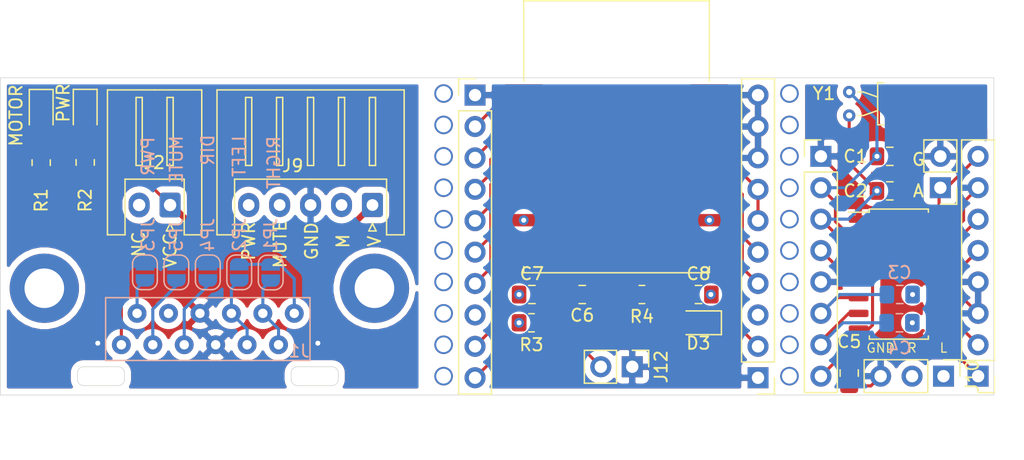
<source format=kicad_pcb>
(kicad_pcb (version 20171130) (host pcbnew 5.1.9+dfsg1-1)
  (layers (0 F.Cu signal) (1 In1.Cu signal) (2 In2.Cu signal) (31 B.Cu signal) (34 B.Paste user) (35 F.Paste user) (36 B.SilkS user) (37 F.SilkS user) (38 B.Mask user) (39 F.Mask user) (44 Edge.Cuts user))
  (net 0 "")
  (net 1 SG)
  (net 2 NR)
  (net 3 NL)
  (net 4 GND)
  (net 5 "Net-(J1-Pad5)")
  (net 6 PWR)
  (net 7 DIR)
  (net 8 MUTE)
  (net 9 MOTOR)
  (net 10 "Net-(J3-Pad2)")
  (net 11 "Net-(J3-Pad3)")
  (net 12 "Net-(J3-Pad4)")
  (net 13 "Net-(J3-Pad5)")
  (net 14 "Net-(J3-Pad7)")
  (net 15 "Net-(J3-Pad8)")
  (net 16 "Net-(J3-Pad9)")
  (net 17 "Net-(J3-Pad10)")
  (net 18 "Net-(J5-Pad12)")
  (net 19 "Net-(J5-Pad13)")
  (net 20 "Net-(J5-Pad14)")
  (net 21 "Net-(J5-Pad15)")
  (net 22 "Net-(J6-Pad10)")
  (net 23 "Net-(J6-Pad13)")
  (net 24 "Net-(J6-Pad14)")
  (net 25 VCC)
  (net 26 "Net-(D1-Pad2)")
  (net 27 "Net-(D2-Pad2)")
  (net 28 "Net-(J2-Pad2)")
  (net 29 "Net-(C1-Pad1)")
  (net 30 R_GND)
  (net 31 "Net-(C2-Pad1)")
  (net 32 R_VCC)
  (net 33 "Net-(C3-Pad1)")
  (net 34 "Net-(C3-Pad2)")
  (net 35 "Net-(C4-Pad2)")
  (net 36 "Net-(C4-Pad1)")
  (net 37 "Net-(J11-Pad1)")
  (net 38 "Net-(C6-Pad2)")
  (net 39 B_GND)
  (net 40 "Net-(C7-Pad1)")
  (net 41 B_VCC)
  (net 42 "Net-(D3-Pad2)")
  (module MountingHole:MountingHole_3.2mm_M3_DIN965_Pad (layer F.Cu) (at 113.792 83.82)
    (fp_text reference REF** hide)
    (fp_text value MountingHole_3.2mm_M3_DIN965_Pad hide)
    (pad 1 thru_hole circle (at 0 0) (size 5.6 5.6) (drill 3.2) (layers *.Cu *.Mask))
  )
  (module MountingHole:MountingHole_3.2mm_M3_DIN965_Pad (layer F.Cu) (at 87.122 83.82)
    (fp_text reference REF** hide)
    (fp_text value MountingHole_3.2mm_M3_DIN965_Pad hide)
    (pad 1 thru_hole circle (at 0 0) (size 5.6 5.6) (drill 3.2) (layers *.Cu *.Mask))
  )
  (module custom-footprints:connector-12p-offset (layer B.Cu) (at 107.315 85.852 180)
    (fp_text reference J1 (at -0.381 -3.048) (layer B.SilkS) (effects (justify mirror)))
    (fp_text value TAPE)
    (pad 1 thru_hole circle (at 0 0 180) (size 1.524 1.524) (drill 0.762) (layers *.Cu *.Mask) (net 1 SG))
    (pad 2 thru_hole circle (at 2.54 0 180) (size 1.524 1.524) (drill 0.762) (layers *.Cu *.Mask) (net 2 NR))
    (pad 3 thru_hole circle (at 5.08 0 180) (size 1.524 1.524) (drill 0.762) (layers *.Cu *.Mask) (net 3 NL))
    (pad 4 thru_hole circle (at 7.62 0 180) (size 1.524 1.524) (drill 0.762) (layers *.Cu *.Mask) (net 4 GND))
    (pad 5 thru_hole circle (at 10.16 0 180) (size 1.524 1.524) (drill 0.762) (layers *.Cu *.Mask) (net 5 "Net-(J1-Pad5)"))
    (pad 6 thru_hole circle (at 12.7 0 180) (size 1.524 1.524) (drill 0.762) (layers *.Cu *.Mask) (net 6 PWR))
    (pad 7 thru_hole circle (at 1.27 -2.54 180) (size 1.524 1.524) (drill 0.762) (layers *.Cu *.Mask) (net 2 NR))
    (pad 8 thru_hole circle (at 3.81 -2.54 180) (size 1.524 1.524) (drill 0.762) (layers *.Cu *.Mask) (net 3 NL))
    (pad 9 thru_hole circle (at 6.35 -2.54 180) (size 1.524 1.524) (drill 0.762) (layers *.Cu *.Mask) (net 4 GND))
    (pad 10 thru_hole circle (at 8.89 -2.54 180) (size 1.524 1.524) (drill 0.762) (layers *.Cu *.Mask) (net 7 DIR))
    (pad 11 thru_hole circle (at 11.43 -2.54 180) (size 1.524 1.524) (drill 0.762) (layers *.Cu *.Mask) (net 8 MUTE))
    (pad 12 thru_hole circle (at 13.97 -2.54 180) (size 1.524 1.524) (drill 0.762) (layers *.Cu *.Mask) (net 9 MOTOR))
  )
  (module Connector_PinHeader_2.54mm:PinHeader_1x10_P2.54mm_Vertical (layer F.Cu) (at 121.92 68.199)
    (fp_text reference J3 hide)
    (fp_text value HEADER3)
    (pad 1 thru_hole rect (at 0 0) (size 1.7 1.7) (drill 1) (layers *.Cu *.Mask) (net 39 B_GND))
    (pad 2 thru_hole oval (at 0 2.54) (size 1.7 1.7) (drill 1) (layers *.Cu *.Mask) (net 10 "Net-(J3-Pad2)"))
    (pad 3 thru_hole oval (at 0 5.08) (size 1.7 1.7) (drill 1) (layers *.Cu *.Mask) (net 11 "Net-(J3-Pad3)"))
    (pad 4 thru_hole oval (at 0 7.62) (size 1.7 1.7) (drill 1) (layers *.Cu *.Mask) (net 12 "Net-(J3-Pad4)"))
    (pad 5 thru_hole oval (at 0 10.16) (size 1.7 1.7) (drill 1) (layers *.Cu *.Mask) (net 13 "Net-(J3-Pad5)"))
    (pad 6 thru_hole oval (at 0 12.7) (size 1.7 1.7) (drill 1) (layers *.Cu *.Mask) (net 40 "Net-(C7-Pad1)"))
    (pad 7 thru_hole oval (at 0 15.24) (size 1.7 1.7) (drill 1) (layers *.Cu *.Mask) (net 14 "Net-(J3-Pad7)"))
    (pad 8 thru_hole oval (at 0 17.78) (size 1.7 1.7) (drill 1) (layers *.Cu *.Mask) (net 15 "Net-(J3-Pad8)"))
    (pad 9 thru_hole oval (at 0 20.32) (size 1.7 1.7) (drill 1) (layers *.Cu *.Mask) (net 16 "Net-(J3-Pad9)"))
    (pad 10 thru_hole oval (at 0 22.86) (size 1.7 1.7) (drill 1) (layers *.Cu *.Mask) (net 17 "Net-(J3-Pad10)"))
  )
  (module Connector_PinHeader_2.54mm:PinHeader_1x08_P2.54mm_Vertical (layer F.Cu) (at 149.86 73.152)
    (fp_text reference J4 hide)
    (fp_text value HEADER1)
    (pad 1 thru_hole rect (at 0 0) (size 1.7 1.7) (drill 1) (layers *.Cu *.Mask) (net 30 R_GND))
    (pad 2 thru_hole oval (at 0 2.54) (size 1.7 1.7) (drill 1) (layers *.Cu *.Mask) (net 29 "Net-(C1-Pad1)"))
    (pad 3 thru_hole oval (at 0 5.08) (size 1.7 1.7) (drill 1) (layers *.Cu *.Mask) (net 31 "Net-(C2-Pad1)"))
    (pad 4 thru_hole oval (at 0 7.62) (size 1.7 1.7) (drill 1) (layers *.Cu *.Mask) (net 32 R_VCC))
    (pad 5 thru_hole oval (at 0 10.16) (size 1.7 1.7) (drill 1) (layers *.Cu *.Mask) (net 30 R_GND))
    (pad 6 thru_hole oval (at 0 12.7) (size 1.7 1.7) (drill 1) (layers *.Cu *.Mask) (net 33 "Net-(C3-Pad1)"))
    (pad 7 thru_hole oval (at 0 15.24) (size 1.7 1.7) (drill 1) (layers *.Cu *.Mask) (net 36 "Net-(C4-Pad1)"))
    (pad 8 thru_hole oval (at 0 17.78) (size 1.7 1.7) (drill 1) (layers *.Cu *.Mask) (net 32 R_VCC))
  )
  (module custom-footprints:Bluetooth_KCX_BT0003 (layer F.Cu) (at 133.35 67.818)
    (fp_text reference J5 hide)
    (fp_text value BLU)
    (pad 1 smd rect (at -7.5 0) (size 3 1) (layers F.Cu F.Paste F.Mask) (net 39 B_GND))
    (pad 2 smd rect (at -7.5 1.5) (size 3 1) (layers F.Cu F.Paste F.Mask) (net 10 "Net-(J3-Pad2)"))
    (pad 3 smd rect (at -7.5 3) (size 3 1) (layers F.Cu F.Paste F.Mask) (net 11 "Net-(J3-Pad3)"))
    (pad 4 smd rect (at -7.5 4.5) (size 3 1) (layers F.Cu F.Paste F.Mask) (net 12 "Net-(J3-Pad4)"))
    (pad 5 smd rect (at -7.5 6) (size 3 1) (layers F.Cu F.Paste F.Mask) (net 13 "Net-(J3-Pad5)"))
    (pad 6 smd rect (at -7.5 7.5) (size 3 1) (layers F.Cu F.Paste F.Mask) (net 40 "Net-(C7-Pad1)"))
    (pad 7 smd rect (at -7.5 9) (size 3 1) (layers F.Cu F.Paste F.Mask) (net 14 "Net-(J3-Pad7)"))
    (pad 8 smd rect (at -7.5 10.5) (size 3 1) (layers F.Cu F.Paste F.Mask) (net 15 "Net-(J3-Pad8)"))
    (pad 9 smd rect (at -7.5 12) (size 3 1) (layers F.Cu F.Paste F.Mask) (net 16 "Net-(J3-Pad9)"))
    (pad 10 smd rect (at -7.5 13.5) (size 3 1) (layers F.Cu F.Paste F.Mask) (net 17 "Net-(J3-Pad10)"))
    (pad 11 smd rect (at 7.5 13.5) (size 3 1) (layers F.Cu F.Paste F.Mask) (net 39 B_GND))
    (pad 12 smd rect (at 7.5 12) (size 3 1) (layers F.Cu F.Paste F.Mask) (net 18 "Net-(J5-Pad12)"))
    (pad 13 smd rect (at 7.5 10.5) (size 3 1) (layers F.Cu F.Paste F.Mask) (net 19 "Net-(J5-Pad13)"))
    (pad 14 smd rect (at 7.5 9) (size 3 1) (layers F.Cu F.Paste F.Mask) (net 20 "Net-(J5-Pad14)"))
    (pad 15 smd rect (at 7.5 7.5) (size 3 1) (layers F.Cu F.Paste F.Mask) (net 21 "Net-(J5-Pad15)"))
    (pad 16 smd rect (at 7.5 6) (size 3 1) (layers F.Cu F.Paste F.Mask) (net 41 B_VCC))
    (pad 17 smd rect (at 7.5 4.5) (size 3 1) (layers F.Cu F.Paste F.Mask) (net 41 B_VCC))
    (pad 18 smd rect (at 7.5 3) (size 3 1) (layers F.Cu F.Paste F.Mask) (net 39 B_GND))
    (pad 19 smd rect (at 7.5 1.5) (size 3 1) (layers F.Cu F.Paste F.Mask) (net 39 B_GND))
    (pad 20 smd rect (at 7.5 0) (size 3 1) (layers F.Cu F.Paste F.Mask) (net 39 B_GND))
  )
  (module Package_SO:SOP-16_4.55x10.3mm_P1.27mm (layer F.Cu) (at 156.158 82.677)
    (fp_text reference J6 hide)
    (fp_text value SOP16)
    (pad 1 smd roundrect (at -3.25 -4.445) (size 1.6 0.6) (layers F.Cu F.Paste F.Mask) (net 30 R_GND))
    (pad 2 smd roundrect (at -3.25 -3.175) (size 1.6 0.6) (layers F.Cu F.Paste F.Mask) (net 29 "Net-(C1-Pad1)"))
    (pad 3 smd roundrect (at -3.25 -1.905) (size 1.6 0.6) (layers F.Cu F.Paste F.Mask) (net 31 "Net-(C2-Pad1)"))
    (pad 4 smd roundrect (at -3.25 -0.635) (size 1.6 0.6) (layers F.Cu F.Paste F.Mask) (net 32 R_VCC))
    (pad 5 smd roundrect (at -3.25 0.635) (size 1.6 0.6) (layers F.Cu F.Paste F.Mask) (net 30 R_GND))
    (pad 6 smd roundrect (at -3.25 1.905) (size 1.6 0.6) (layers F.Cu F.Paste F.Mask) (net 33 "Net-(C3-Pad1)"))
    (pad 7 smd roundrect (at -3.25 3.175) (size 1.6 0.6) (layers F.Cu F.Paste F.Mask) (net 36 "Net-(C4-Pad1)"))
    (pad 8 smd roundrect (at -3.25 4.445) (size 1.6 0.6) (layers F.Cu F.Paste F.Mask) (net 32 R_VCC))
    (pad 9 smd roundrect (at 3.25 4.445) (size 1.6 0.6) (layers F.Cu F.Paste F.Mask) (net 30 R_GND))
    (pad 10 smd roundrect (at 3.25 3.175) (size 1.6 0.6) (layers F.Cu F.Paste F.Mask) (net 22 "Net-(J6-Pad10)"))
    (pad 11 smd roundrect (at 3.25 1.905) (size 1.6 0.6) (layers F.Cu F.Paste F.Mask) (net 30 R_GND))
    (pad 12 smd roundrect (at 3.25 0.635) (size 1.6 0.6) (layers F.Cu F.Paste F.Mask) (net 30 R_GND))
    (pad 13 smd roundrect (at 3.25 -0.635) (size 1.6 0.6) (layers F.Cu F.Paste F.Mask) (net 23 "Net-(J6-Pad13)"))
    (pad 14 smd roundrect (at 3.25 -1.905) (size 1.6 0.6) (layers F.Cu F.Paste F.Mask) (net 24 "Net-(J6-Pad14)"))
    (pad 15 smd roundrect (at 3.25 -3.175) (size 1.6 0.6) (layers F.Cu F.Paste F.Mask) (net 30 R_GND))
    (pad 16 smd roundrect (at 3.25 -4.445) (size 1.6 0.6) (layers F.Cu F.Paste F.Mask) (net 37 "Net-(J11-Pad1)"))
  )
  (module Connector_PinHeader_2.54mm:PinHeader_1x10_P2.54mm_Vertical (layer F.Cu) (at 144.78 91.059 180)
    (fp_text reference J7 hide)
    (fp_text value HEADER4)
    (pad 10 thru_hole oval (at 0 22.86 180) (size 1.7 1.7) (drill 1) (layers *.Cu *.Mask) (net 39 B_GND))
    (pad 9 thru_hole oval (at 0 20.32 180) (size 1.7 1.7) (drill 1) (layers *.Cu *.Mask) (net 39 B_GND))
    (pad 8 thru_hole oval (at 0 17.78 180) (size 1.7 1.7) (drill 1) (layers *.Cu *.Mask) (net 39 B_GND))
    (pad 7 thru_hole oval (at 0 15.24 180) (size 1.7 1.7) (drill 1) (layers *.Cu *.Mask) (net 41 B_VCC))
    (pad 6 thru_hole oval (at 0 12.7 180) (size 1.7 1.7) (drill 1) (layers *.Cu *.Mask) (net 41 B_VCC))
    (pad 5 thru_hole oval (at 0 10.16 180) (size 1.7 1.7) (drill 1) (layers *.Cu *.Mask) (net 21 "Net-(J5-Pad15)"))
    (pad 4 thru_hole oval (at 0 7.62 180) (size 1.7 1.7) (drill 1) (layers *.Cu *.Mask) (net 20 "Net-(J5-Pad14)"))
    (pad 3 thru_hole oval (at 0 5.08 180) (size 1.7 1.7) (drill 1) (layers *.Cu *.Mask) (net 19 "Net-(J5-Pad13)"))
    (pad 2 thru_hole oval (at 0 2.54 180) (size 1.7 1.7) (drill 1) (layers *.Cu *.Mask) (net 18 "Net-(J5-Pad12)"))
    (pad 1 thru_hole rect (at 0 0 180) (size 1.7 1.7) (drill 1) (layers *.Cu *.Mask) (net 39 B_GND))
  )
  (module Connector_PinHeader_2.54mm:PinHeader_1x08_P2.54mm_Vertical (layer F.Cu) (at 162.56 90.932 180)
    (fp_text reference J8 hide)
    (fp_text value HEADER2)
    (pad 8 thru_hole oval (at 0 17.78 180) (size 1.7 1.7) (drill 1) (layers *.Cu *.Mask) (net 37 "Net-(J11-Pad1)"))
    (pad 7 thru_hole oval (at 0 15.24 180) (size 1.7 1.7) (drill 1) (layers *.Cu *.Mask) (net 30 R_GND))
    (pad 6 thru_hole oval (at 0 12.7 180) (size 1.7 1.7) (drill 1) (layers *.Cu *.Mask) (net 24 "Net-(J6-Pad14)"))
    (pad 5 thru_hole oval (at 0 10.16 180) (size 1.7 1.7) (drill 1) (layers *.Cu *.Mask) (net 23 "Net-(J6-Pad13)"))
    (pad 4 thru_hole oval (at 0 7.62 180) (size 1.7 1.7) (drill 1) (layers *.Cu *.Mask) (net 30 R_GND))
    (pad 3 thru_hole oval (at 0 5.08 180) (size 1.7 1.7) (drill 1) (layers *.Cu *.Mask) (net 30 R_GND))
    (pad 2 thru_hole oval (at 0 2.54 180) (size 1.7 1.7) (drill 1) (layers *.Cu *.Mask) (net 22 "Net-(J6-Pad10)"))
    (pad 1 thru_hole rect (at 0 0 180) (size 1.7 1.7) (drill 1) (layers *.Cu *.Mask) (net 30 R_GND))
  )
  (module Jumper:SolderJumper-2_P1.3mm_Open_RoundedPad1.0x1.5mm (layer B.Cu) (at 105.41 82.55 270)
    (fp_text reference JP1 (at -3.048 0 90) (layer B.SilkS) (effects (justify mirror)))
    (fp_text value Jumper)
    (pad 1 smd custom (at -0.65 0 270) (size 1 0.5) (layers B.Cu B.Mask) (net 1 SG) (options (clearance outline) (anchor rect)) (primitives (gr_circle (center 0 -0.25) (end 0.5 -0.25) (width 0)) (gr_circle (center 0 0.25) (end 0.5 0.25) (width 0)) (gr_poly (pts (xy 0 0.75) (xy 0.5 0.75) (xy 0.5 -0.75) (xy 0 -0.75)) (width 0))))
    (pad 2 smd custom (at 0.65 0 270) (size 1 0.5) (layers B.Cu B.Mask) (net 2 NR) (options (clearance outline) (anchor rect)) (primitives (gr_circle (center 0 -0.25) (end 0.5 -0.25) (width 0)) (gr_circle (center 0 0.25) (end 0.5 0.25) (width 0)) (gr_poly (pts (xy 0 0.75) (xy -0.5 0.75) (xy -0.5 -0.75) (xy 0 -0.75)) (width 0))))
  )
  (module Jumper:SolderJumper-2_P1.3mm_Open_RoundedPad1.0x1.5mm (layer B.Cu) (at 102.87 82.535 270)
    (fp_text reference JP2 (at -3.033 0 90) (layer B.SilkS) (effects (justify mirror)))
    (fp_text value Jumper)
    (pad 2 smd custom (at 0.65 0 270) (size 1 0.5) (layers B.Cu B.Mask) (net 3 NL) (options (clearance outline) (anchor rect)) (primitives (gr_circle (center 0 -0.25) (end 0.5 -0.25) (width 0)) (gr_circle (center 0 0.25) (end 0.5 0.25) (width 0)) (gr_poly (pts (xy 0 0.75) (xy -0.5 0.75) (xy -0.5 -0.75) (xy 0 -0.75)) (width 0))))
    (pad 1 smd custom (at -0.65 0 270) (size 1 0.5) (layers B.Cu B.Mask) (net 1 SG) (options (clearance outline) (anchor rect)) (primitives (gr_circle (center 0 -0.25) (end 0.5 -0.25) (width 0)) (gr_circle (center 0 0.25) (end 0.5 0.25) (width 0)) (gr_poly (pts (xy 0 0.75) (xy 0.5 0.75) (xy 0.5 -0.75) (xy 0 -0.75)) (width 0))))
  )
  (module Jumper:SolderJumper-2_P1.3mm_Open_RoundedPad1.0x1.5mm (layer B.Cu) (at 95.25 82.535 270)
    (fp_text reference JP3 (at -3.033 -0.254 90) (layer B.SilkS) (effects (justify mirror)))
    (fp_text value Jumper)
    (pad 1 smd custom (at -0.65 0 270) (size 1 0.5) (layers B.Cu B.Mask) (net 4 GND) (options (clearance outline) (anchor rect)) (primitives (gr_circle (center 0 -0.25) (end 0.5 -0.25) (width 0)) (gr_circle (center 0 0.25) (end 0.5 0.25) (width 0)) (gr_poly (pts (xy 0 0.75) (xy 0.5 0.75) (xy 0.5 -0.75) (xy 0 -0.75)) (width 0))))
    (pad 2 smd custom (at 0.65 0 270) (size 1 0.5) (layers B.Cu B.Mask) (net 6 PWR) (options (clearance outline) (anchor rect)) (primitives (gr_circle (center 0 -0.25) (end 0.5 -0.25) (width 0)) (gr_circle (center 0 0.25) (end 0.5 0.25) (width 0)) (gr_poly (pts (xy 0 0.75) (xy -0.5 0.75) (xy -0.5 -0.75) (xy 0 -0.75)) (width 0))))
  )
  (module Jumper:SolderJumper-2_P1.3mm_Open_RoundedPad1.0x1.5mm (layer B.Cu) (at 100.33 82.535 270)
    (fp_text reference JP4 (at -3.033 0 90) (layer B.SilkS) (effects (justify mirror)))
    (fp_text value Jumper)
    (pad 2 smd custom (at 0.65 0 270) (size 1 0.5) (layers B.Cu B.Mask) (net 7 DIR) (options (clearance outline) (anchor rect)) (primitives (gr_circle (center 0 -0.25) (end 0.5 -0.25) (width 0)) (gr_circle (center 0 0.25) (end 0.5 0.25) (width 0)) (gr_poly (pts (xy 0 0.75) (xy -0.5 0.75) (xy -0.5 -0.75) (xy 0 -0.75)) (width 0))))
    (pad 1 smd custom (at -0.65 0 270) (size 1 0.5) (layers B.Cu B.Mask) (net 4 GND) (options (clearance outline) (anchor rect)) (primitives (gr_circle (center 0 -0.25) (end 0.5 -0.25) (width 0)) (gr_circle (center 0 0.25) (end 0.5 0.25) (width 0)) (gr_poly (pts (xy 0 0.75) (xy 0.5 0.75) (xy 0.5 -0.75) (xy 0 -0.75)) (width 0))))
  )
  (module Jumper:SolderJumper-2_P1.3mm_Open_RoundedPad1.0x1.5mm (layer B.Cu) (at 97.79 82.535 90)
    (fp_text reference JP5 (at 3.033 0 90) (layer B.SilkS) (effects (justify mirror)))
    (fp_text value Jumper)
    (pad 1 smd custom (at -0.65 0 90) (size 1 0.5) (layers B.Cu B.Mask) (net 8 MUTE) (options (clearance outline) (anchor rect)) (primitives (gr_circle (center 0 -0.25) (end 0.5 -0.25) (width 0)) (gr_circle (center 0 0.25) (end 0.5 0.25) (width 0)) (gr_poly (pts (xy 0 0.75) (xy 0.5 0.75) (xy 0.5 -0.75) (xy 0 -0.75)) (width 0))))
    (pad 2 smd custom (at 0.65 0 90) (size 1 0.5) (layers B.Cu B.Mask) (net 4 GND) (options (clearance outline) (anchor rect)) (primitives (gr_circle (center 0 -0.25) (end 0.5 -0.25) (width 0)) (gr_circle (center 0 0.25) (end 0.5 0.25) (width 0)) (gr_poly (pts (xy 0 0.75) (xy -0.5 0.75) (xy -0.5 -0.75) (xy 0 -0.75)) (width 0))))
  )
  (module LED_SMD:LED_0805_2012Metric_Pad1.15x1.40mm_HandSolder (layer F.Cu) (at 86.868 69.605 270)
    (fp_text reference D1 hide)
    (fp_text value LED)
    (pad 2 smd roundrect (at 1.025 0 270) (size 1.15 1.4) (layers F.Cu F.Paste F.Mask) (roundrect_rratio 0.217391) (net 26 "Net-(D1-Pad2)"))
    (pad 1 smd roundrect (at -1.025 0 270) (size 1.15 1.4) (layers F.Cu F.Paste F.Mask) (roundrect_rratio 0.217391) (net 4 GND))
  )
  (module LED_SMD:LED_0805_2012Metric_Pad1.15x1.40mm_HandSolder (layer F.Cu) (at 90.424 69.596 270)
    (fp_text reference D2 hide)
    (fp_text value LED)
    (pad 1 smd roundrect (at -1.025 0 270) (size 1.15 1.4) (layers F.Cu F.Paste F.Mask) (roundrect_rratio 0.217391) (net 4 GND))
    (pad 2 smd roundrect (at 1.025 0 270) (size 1.15 1.4) (layers F.Cu F.Paste F.Mask) (roundrect_rratio 0.217391) (net 27 "Net-(D2-Pad2)"))
  )
  (module Connector_JST:JST_XH_S2B-XH-A_1x02_P2.50mm_Horizontal (layer F.Cu) (at 97.282 77.089 180)
    (fp_text reference J2 (at 1.27 3.429) (layer F.SilkS))
    (fp_text value Conn_01x02_Female)
    (pad 1 thru_hole roundrect (at 0 0 180) (size 1.7 2) (drill 1) (layers *.Cu *.Mask) (roundrect_rratio 0.147059) (net 25 VCC))
    (pad 2 thru_hole oval (at 2.5 0 180) (size 1.7 2) (drill 1) (layers *.Cu *.Mask) (net 28 "Net-(J2-Pad2)"))
  )
  (module Connector_JST:JST_XH_S5B-XH-A_1x05_P2.50mm_Horizontal (layer F.Cu) (at 113.632 77.089 180)
    (fp_text reference J9 (at 6.444 3.175) (layer F.SilkS))
    (fp_text value Conn_01x05_Female)
    (pad 1 thru_hole roundrect (at 0 0 180) (size 1.7 1.95) (drill 0.95) (layers *.Cu *.Mask) (roundrect_rratio 0.147059) (net 25 VCC))
    (pad 2 thru_hole oval (at 2.5 0 180) (size 1.7 1.95) (drill 0.95) (layers *.Cu *.Mask) (net 9 MOTOR))
    (pad 3 thru_hole oval (at 5 0 180) (size 1.7 1.95) (drill 0.95) (layers *.Cu *.Mask) (net 4 GND))
    (pad 4 thru_hole oval (at 7.5 0 180) (size 1.7 1.95) (drill 0.95) (layers *.Cu *.Mask) (net 8 MUTE))
    (pad 5 thru_hole oval (at 10 0 180) (size 1.7 1.95) (drill 0.95) (layers *.Cu *.Mask) (net 6 PWR))
  )
  (module Resistor_SMD:R_0805_2012Metric_Pad1.20x1.40mm_HandSolder (layer F.Cu) (at 86.868 73.66 270)
    (fp_text reference R1 (at 3.048 0 90) (layer F.SilkS))
    (fp_text value R_US)
    (pad 2 smd roundrect (at 1 0 270) (size 1.2 1.4) (layers F.Cu F.Paste F.Mask) (roundrect_rratio 0.208333) (net 9 MOTOR))
    (pad 1 smd roundrect (at -1 0 270) (size 1.2 1.4) (layers F.Cu F.Paste F.Mask) (roundrect_rratio 0.208333) (net 26 "Net-(D1-Pad2)"))
  )
  (module Resistor_SMD:R_0805_2012Metric_Pad1.20x1.40mm_HandSolder (layer F.Cu) (at 90.424 73.644 270)
    (fp_text reference R2 (at 3.064 0 90) (layer F.SilkS))
    (fp_text value R_US)
    (pad 1 smd roundrect (at -1 0 270) (size 1.2 1.4) (layers F.Cu F.Paste F.Mask) (roundrect_rratio 0.208333) (net 27 "Net-(D2-Pad2)"))
    (pad 2 smd roundrect (at 1 0 270) (size 1.2 1.4) (layers F.Cu F.Paste F.Mask) (roundrect_rratio 0.208333) (net 25 VCC))
  )
  (module Capacitor_SMD:C_0805_2012Metric_Pad1.18x1.45mm_HandSolder (layer F.Cu) (at 155.4265 73.152)
    (fp_text reference C1 (at -2.7725 0) (layer F.SilkS))
    (fp_text value C)
    (pad 1 smd roundrect (at -1.0375 0) (size 1.175 1.45) (layers F.Cu F.Paste F.Mask) (roundrect_rratio 0.212766) (net 29 "Net-(C1-Pad1)"))
    (pad 2 smd roundrect (at 1.0375 0) (size 1.175 1.45) (layers F.Cu F.Paste F.Mask) (roundrect_rratio 0.212766) (net 30 R_GND))
  )
  (module Capacitor_SMD:C_0805_2012Metric_Pad1.18x1.45mm_HandSolder (layer F.Cu) (at 155.4265 75.946)
    (fp_text reference C2 (at -2.7725 0) (layer F.SilkS))
    (fp_text value C)
    (pad 2 smd roundrect (at 1.0375 0) (size 1.175 1.45) (layers F.Cu F.Paste F.Mask) (roundrect_rratio 0.212766) (net 30 R_GND))
    (pad 1 smd roundrect (at -1.0375 0) (size 1.175 1.45) (layers F.Cu F.Paste F.Mask) (roundrect_rratio 0.212766) (net 31 "Net-(C2-Pad1)"))
  )
  (module Crystal:Crystal_C38-LF_D3.0mm_L8.0mm_Horizontal_1EP_style1 (layer F.Cu) (at 152.146 69.85 90)
    (fp_text reference Y1 (at 1.778 -2.032) (layer F.SilkS))
    (fp_text value Crystal)
    (pad 1 thru_hole circle (at 0 0 90) (size 1 1) (drill 0.5) (layers *.Cu *.Mask) (net 31 "Net-(C2-Pad1)"))
    (pad 2 thru_hole circle (at 1.9 0 90) (size 1 1) (drill 0.5) (layers *.Cu *.Mask) (net 29 "Net-(C1-Pad1)"))
    (pad 3 smd rect (at 0.95 7 90) (size 3 8) (layers F.Cu F.Paste F.Mask))
  )
  (module Capacitor_SMD:C_0805_2012Metric_Pad1.18x1.45mm_HandSolder (layer B.Cu) (at 156.2315 84.328)
    (fp_text reference C3 (at -0.0215 -1.778) (layer B.SilkS) (effects (justify mirror)))
    (fp_text value C)
    (pad 1 smd roundrect (at -1.0375 0) (size 1.175 1.45) (layers B.Cu B.Paste B.Mask) (roundrect_rratio 0.212766) (net 33 "Net-(C3-Pad1)"))
    (pad 2 smd roundrect (at 1.0375 0) (size 1.175 1.45) (layers B.Cu B.Paste B.Mask) (roundrect_rratio 0.212766) (net 34 "Net-(C3-Pad2)"))
  )
  (module Capacitor_SMD:C_0805_2012Metric_Pad1.18x1.45mm_HandSolder (layer B.Cu) (at 156.21 86.614)
    (fp_text reference C4 (at 0 2.032) (layer B.SilkS) (effects (justify mirror)))
    (fp_text value C)
    (pad 2 smd roundrect (at 1.0375 0) (size 1.175 1.45) (layers B.Cu B.Paste B.Mask) (roundrect_rratio 0.212766) (net 35 "Net-(C4-Pad2)"))
    (pad 1 smd roundrect (at -1.0375 0) (size 1.175 1.45) (layers B.Cu B.Paste B.Mask) (roundrect_rratio 0.212766) (net 36 "Net-(C4-Pad1)"))
  )
  (module Capacitor_SMD:C_0805_2012Metric_Pad1.18x1.45mm_HandSolder (layer F.Cu) (at 152.146 90.678 90)
    (fp_text reference C5 (at 2.54 0 180) (layer F.SilkS))
    (fp_text value C)
    (pad 1 smd roundrect (at -1.0375 0 90) (size 1.175 1.45) (layers F.Cu F.Paste F.Mask) (roundrect_rratio 0.212766) (net 30 R_GND))
    (pad 2 smd roundrect (at 1.0375 0 90) (size 1.175 1.45) (layers F.Cu F.Paste F.Mask) (roundrect_rratio 0.212766) (net 32 R_VCC))
  )
  (module Connector_PinHeader_2.54mm:PinHeader_1x02_P2.54mm_Vertical (layer F.Cu) (at 159.512 75.692 180)
    (fp_text reference J11 hide)
    (fp_text value Conn_01x02_Male)
    (pad 1 thru_hole rect (at 0 0 180) (size 1.7 1.7) (drill 1) (layers *.Cu *.Mask) (net 37 "Net-(J11-Pad1)"))
    (pad 2 thru_hole oval (at 0 2.54 180) (size 1.7 1.7) (drill 1) (layers *.Cu *.Mask) (net 30 R_GND))
  )
  (module Connector_PinHeader_2.54mm:PinHeader_1x03_P2.54mm_Vertical (layer F.Cu) (at 159.766 90.932 270)
    (fp_text reference J10 (at 0 -2.33 90) (layer F.SilkS))
    (fp_text value Conn_01x03_Male)
    (pad 1 thru_hole rect (at 0 0 270) (size 1.7 1.7) (drill 1) (layers *.Cu *.Mask) (net 34 "Net-(C3-Pad2)"))
    (pad 2 thru_hole oval (at 0 2.54 270) (size 1.7 1.7) (drill 1) (layers *.Cu *.Mask) (net 35 "Net-(C4-Pad2)"))
    (pad 3 thru_hole oval (at 0 5.08 270) (size 1.7 1.7) (drill 1) (layers *.Cu *.Mask) (net 30 R_GND))
  )
  (module Capacitor_SMD:C_0805_2012Metric_Pad1.18x1.45mm_HandSolder (layer F.Cu) (at 130.5775 84.328 180)
    (fp_text reference C6 (at 0 -1.68) (layer F.SilkS))
    (fp_text value C)
    (pad 2 smd roundrect (at 1.0375 0 180) (size 1.175 1.45) (layers F.Cu F.Paste F.Mask) (roundrect_rratio 0.212766) (net 38 "Net-(C6-Pad2)"))
    (pad 1 smd roundrect (at -1.0375 0 180) (size 1.175 1.45) (layers F.Cu F.Paste F.Mask) (roundrect_rratio 0.212766) (net 39 B_GND))
  )
  (module Capacitor_SMD:C_0805_2012Metric_Pad1.18x1.45mm_HandSolder (layer F.Cu) (at 126.5135 84.328)
    (fp_text reference C7 (at 0 -1.68) (layer F.SilkS))
    (fp_text value C)
    (pad 1 smd roundrect (at -1.0375 0) (size 1.175 1.45) (layers F.Cu F.Paste F.Mask) (roundrect_rratio 0.212766) (net 40 "Net-(C7-Pad1)"))
    (pad 2 smd roundrect (at 1.0375 0) (size 1.175 1.45) (layers F.Cu F.Paste F.Mask) (roundrect_rratio 0.212766) (net 38 "Net-(C6-Pad2)"))
  )
  (module Resistor_SMD:R_0805_2012Metric_Pad1.20x1.40mm_HandSolder (layer F.Cu) (at 126.476 86.614)
    (fp_text reference R3 (at 0 1.778) (layer F.SilkS))
    (fp_text value R_US)
    (pad 1 smd roundrect (at -1 0) (size 1.2 1.4) (layers F.Cu F.Paste F.Mask) (roundrect_rratio 0.208333) (net 14 "Net-(J3-Pad7)"))
    (pad 2 smd roundrect (at 1 0) (size 1.2 1.4) (layers F.Cu F.Paste F.Mask) (roundrect_rratio 0.208333) (net 38 "Net-(C6-Pad2)"))
  )
  (module Capacitor_SMD:C_0805_2012Metric_Pad1.18x1.45mm_HandSolder (layer F.Cu) (at 139.9755 84.328)
    (fp_text reference C8 (at 0 -1.68) (layer F.SilkS))
    (fp_text value C)
    (pad 1 smd roundrect (at -1.0375 0) (size 1.175 1.45) (layers F.Cu F.Paste F.Mask) (roundrect_rratio 0.212766) (net 39 B_GND))
    (pad 2 smd roundrect (at 1.0375 0) (size 1.175 1.45) (layers F.Cu F.Paste F.Mask) (roundrect_rratio 0.212766) (net 41 B_VCC))
  )
  (module LED_SMD:LED_0805_2012Metric_Pad1.15x1.40mm_HandSolder (layer F.Cu) (at 139.963 86.614 180)
    (fp_text reference D3 (at 0 -1.65) (layer F.SilkS))
    (fp_text value LED)
    (pad 1 smd roundrect (at -1.025 0 180) (size 1.15 1.4) (layers F.Cu F.Paste F.Mask) (roundrect_rratio 0.217391) (net 39 B_GND))
    (pad 2 smd roundrect (at 1.025 0 180) (size 1.15 1.4) (layers F.Cu F.Paste F.Mask) (roundrect_rratio 0.217391) (net 42 "Net-(D3-Pad2)"))
  )
  (module Connector_PinHeader_2.54mm:PinHeader_1x02_P2.54mm_Vertical (layer F.Cu) (at 134.62 90.17 270)
    (fp_text reference J12 (at 0 -2.33 90) (layer F.SilkS))
    (fp_text value Conn_01x02_Male)
    (pad 1 thru_hole rect (at 0 0 270) (size 1.7 1.7) (drill 1) (layers *.Cu *.Mask) (net 39 B_GND))
    (pad 2 thru_hole oval (at 0 2.54 270) (size 1.7 1.7) (drill 1) (layers *.Cu *.Mask) (net 38 "Net-(C6-Pad2)"))
  )
  (module Resistor_SMD:R_0805_2012Metric_Pad1.20x1.40mm_HandSolder (layer F.Cu) (at 135.398 84.328)
    (fp_text reference R4 (at 0 1.778) (layer F.SilkS))
    (fp_text value R_US)
    (pad 1 smd roundrect (at -1 0) (size 1.2 1.4) (layers F.Cu F.Paste F.Mask) (roundrect_rratio 0.208333) (net 10 "Net-(J3-Pad2)"))
    (pad 2 smd roundrect (at 1 0) (size 1.2 1.4) (layers F.Cu F.Paste F.Mask) (roundrect_rratio 0.208333) (net 42 "Net-(D3-Pad2)"))
  )
  (gr_text L (at 159.766 88.646) (layer F.SilkS) (effects (font (size 0.75 0.75) (thickness 0.1))))
  (gr_text R (at 157.226 88.646) (layer F.SilkS) (effects (font (size 0.75 0.75) (thickness 0.1))))
  (gr_text GND (at 154.686 88.646) (layer F.SilkS) (effects (font (size 0.75 0.75) (thickness 0.1))))
  (gr_text G (at 157.734 73.406) (layer F.SilkS) (effects (font (size 1 1))))
  (gr_text A (at 157.734 75.946) (layer F.SilkS) (effects (font (size 1 1))))
  (gr_text V (at 113.792 80.01 90) (layer F.SilkS) (effects (font (size 1 1))))
  (gr_text M (at 111.252 80.01 90) (layer F.SilkS) (effects (font (size 1 1))))
  (gr_text GND (at 108.712 80.01 90) (layer F.SilkS) (effects (font (size 1 1))))
  (gr_text MUTE (at 106.172 80.264 90) (layer F.SilkS) (effects (font (size 1 1))))
  (gr_text PWR (at 103.632 80.01 90) (layer F.SilkS) (effects (font (size 1 1))))
  (gr_text NC (at 94.742 80.264 90) (layer F.SilkS) (effects (font (size 1 1))))
  (gr_text VCC (at 97.282 80.772 90) (layer F.SilkS) (effects (font (size 1 1))))
  (gr_text RIGHT (at 105.664 73.66 90) (layer B.SilkS) (effects (font (size 1 1)) (justify mirror)))
  (gr_text LEFT (at 102.87 73.152 90) (layer B.SilkS) (effects (font (size 1 1)) (justify mirror)))
  (gr_text DIR (at 100.33 72.644 90) (layer B.SilkS) (effects (font (size 1 1)) (justify mirror)))
  (gr_text MUTE (at 97.79 73.406 90) (layer B.SilkS) (effects (font (size 1 1)) (justify mirror)))
  (gr_text PWR (at 95.504 73.152 90) (layer B.SilkS) (effects (font (size 1 1)) (justify mirror)))
  (gr_text MOTOR (at 84.836 69.85 90) (layer F.SilkS) (effects (font (size 1 1))))
  (gr_text PWR (at 88.646 68.834 90) (layer F.SilkS) (effects (font (size 1 1))))
  (gr_line (start 163.83 66.802) (end 163.83 92.456) (layer Edge.Cuts) (width 0.05))
  (gr_line (start 83.566 92.456) (end 163.83 92.456) (layer Edge.Cuts) (width 0.05))
  (gr_line (start 83.566 66.802) (end 163.83 66.802) (layer Edge.Cuts) (width 0.05))
  (gr_line (start 83.566 92.456) (end 83.566 66.802) (layer Edge.Cuts) (width 0.05))
  (gr_line (start 90.297 91.694) (end 93.091 91.694) (layer Edge.Cuts) (width 0.05))
  (gr_line (start 90.297 90.17) (end 93.091 90.17) (layer Edge.Cuts) (width 0.05))
  (gr_line (start 110.363 91.694) (end 107.569 91.694) (layer Edge.Cuts) (width 0.05))
  (gr_line (start 107.569 90.17) (end 110.363 90.17) (layer Edge.Cuts) (width 0.05))
  (gr_line (start 110.871 90.678) (end 110.871 91.186) (layer Edge.Cuts) (width 0.05))
  (gr_line (start 107.061 90.678) (end 107.061 91.186) (layer Edge.Cuts) (width 0.05))
  (gr_line (start 93.599 90.678) (end 93.599 91.186) (layer Edge.Cuts) (width 0.05))
  (gr_line (start 89.789 90.678) (end 89.789 91.186) (layer Edge.Cuts) (width 0.05))
  (gr_arc (start 93.091 90.678) (end 93.599 90.678) (angle -90) (layer Edge.Cuts) (width 0.05))
  (gr_arc (start 93.091 91.186) (end 93.091 91.694) (angle -90) (layer Edge.Cuts) (width 0.05))
  (gr_arc (start 90.297 91.186) (end 89.789 91.186) (angle -90) (layer Edge.Cuts) (width 0.05))
  (gr_arc (start 90.297 90.678) (end 90.297 90.17) (angle -90) (layer Edge.Cuts) (width 0.05))
  (gr_arc (start 110.363 90.678) (end 110.871 90.678) (angle -90) (layer Edge.Cuts) (width 0.05))
  (gr_arc (start 110.363 91.186) (end 110.363 91.694) (angle -90) (layer Edge.Cuts) (width 0.05))
  (gr_arc (start 107.569 91.186) (end 107.061 91.186) (angle -90) (layer Edge.Cuts) (width 0.05))
  (gr_arc (start 107.569 90.678) (end 107.569 90.17) (angle -90) (layer Edge.Cuts) (width 0.05))
  (via (at 119.38 70.612) (size 1.5) (drill 1.2) (layers F.Cu B.Cu) (net 0))
  (via (at 119.38 73.152) (size 1.5) (drill 1.2) (layers F.Cu B.Cu) (net 0))
  (via (at 119.38 75.692) (size 1.5) (drill 1.2) (layers F.Cu B.Cu) (net 0))
  (via (at 119.38 78.232) (size 1.5) (drill 1.2) (layers F.Cu B.Cu) (net 0))
  (via (at 119.38 80.772) (size 1.5) (drill 1.2) (layers F.Cu B.Cu) (net 0))
  (via (at 119.38 83.312) (size 1.5) (drill 1.2) (layers F.Cu B.Cu) (net 0))
  (via (at 119.38 85.852) (size 1.5) (drill 1.2) (layers F.Cu B.Cu) (net 0))
  (via (at 119.38 88.392) (size 1.5) (drill 1.2) (layers F.Cu B.Cu) (net 0))
  (via (at 119.38 90.932) (size 1.5) (drill 1.2) (layers F.Cu B.Cu) (net 0))
  (via (at 147.32 90.932) (size 1.5) (drill 1.2) (layers F.Cu B.Cu) (net 0))
  (via (at 147.32 88.392) (size 1.5) (drill 1.2) (layers F.Cu B.Cu) (net 0))
  (via (at 147.32 85.852) (size 1.5) (drill 1.2) (layers F.Cu B.Cu) (net 0))
  (via (at 147.32 83.312) (size 1.5) (drill 1.2) (layers F.Cu B.Cu) (net 0))
  (via (at 147.32 80.772) (size 1.5) (drill 1.2) (layers F.Cu B.Cu) (net 0))
  (via (at 147.32 78.232) (size 1.5) (drill 1.2) (layers F.Cu B.Cu) (net 0))
  (via (at 147.32 75.692) (size 1.5) (drill 1.2) (layers F.Cu B.Cu) (net 0))
  (via (at 147.32 73.152) (size 1.5) (drill 1.2) (layers F.Cu B.Cu) (net 0))
  (via (at 147.32 70.612) (size 1.5) (drill 1.2) (layers F.Cu B.Cu) (net 0))
  (via (at 147.32 68.072) (size 1.5) (drill 1.2) (layers F.Cu B.Cu) (net 0))
  (via (at 119.38 68.072) (size 1.5) (drill 1.2) (layers F.Cu B.Cu) (net 0))
  (via (at 140.97 84.328) (size 0.8) (drill 0.4) (layers F.Cu B.Cu) (net 41))
  (segment (start 102.885 81.9) (end 102.87 81.885) (width 0.25) (layer B.Cu) (net 1))
  (segment (start 105.395 81.885) (end 105.41 81.9) (width 0.25) (layer B.Cu) (net 1))
  (segment (start 102.87 81.885) (end 105.395 81.885) (width 0.25) (layer B.Cu) (net 1))
  (segment (start 107.315 83.057408) (end 107.315 85.852) (width 0.25) (layer B.Cu) (net 1))
  (segment (start 106.157592 81.9) (end 107.315 83.057408) (width 0.25) (layer B.Cu) (net 1))
  (segment (start 105.41 81.9) (end 106.157592 81.9) (width 0.25) (layer B.Cu) (net 1))
  (segment (start 106.045 87.122) (end 104.775 85.852) (width 0.25) (layer B.Cu) (net 2))
  (segment (start 106.045 88.392) (end 106.045 87.122) (width 0.25) (layer B.Cu) (net 2))
  (segment (start 104.775 83.835) (end 105.41 83.2) (width 0.25) (layer B.Cu) (net 2))
  (segment (start 104.775 85.852) (end 104.775 83.835) (width 0.25) (layer B.Cu) (net 2))
  (segment (start 103.505 87.122) (end 102.235 85.852) (width 0.25) (layer B.Cu) (net 3))
  (segment (start 103.505 88.392) (end 103.505 87.122) (width 0.25) (layer B.Cu) (net 3))
  (segment (start 102.235 83.82) (end 102.87 83.185) (width 0.25) (layer B.Cu) (net 3))
  (segment (start 102.235 85.852) (end 102.235 83.82) (width 0.25) (layer B.Cu) (net 3))
  (via (at 109.22 88.265) (size 0.8) (drill 0.4) (layers F.Cu B.Cu) (net 4))
  (via (at 91.44 88.265) (size 0.8) (drill 0.4) (layers F.Cu B.Cu) (net 4))
  (segment (start 94.615 83.82) (end 95.25 83.185) (width 0.25) (layer B.Cu) (net 6))
  (segment (start 94.615 85.852) (end 94.615 83.82) (width 0.25) (layer B.Cu) (net 6))
  (segment (start 95.25 83.185) (end 95.659636 83.185) (width 0.25) (layer B.Cu) (net 6))
  (segment (start 100.33 83.608238) (end 100.33 83.185) (width 0.25) (layer B.Cu) (net 7))
  (segment (start 98.425 85.513238) (end 100.33 83.608238) (width 0.25) (layer B.Cu) (net 7))
  (segment (start 98.425 88.392) (end 98.425 85.513238) (width 0.25) (layer B.Cu) (net 7))
  (segment (start 97.79 83.608238) (end 97.79 83.185) (width 0.25) (layer B.Cu) (net 8))
  (segment (start 95.885 85.513238) (end 97.79 83.608238) (width 0.25) (layer B.Cu) (net 8))
  (segment (start 95.885 88.392) (end 95.885 85.513238) (width 0.25) (layer B.Cu) (net 8))
  (segment (start 111.252 77.209) (end 111.132 77.089) (width 0.5) (layer F.Cu) (net 9))
  (segment (start 93.345 81.137) (end 93.345 88.392) (width 0.25) (layer F.Cu) (net 9))
  (segment (start 86.868 74.66) (end 93.345 81.137) (width 0.25) (layer F.Cu) (net 9))
  (segment (start 121.92 68.199) (end 121.92 68.587) (width 0.25) (layer F.Cu) (net 39))
  (segment (start 121.92 70.739) (end 121.92 71.172002) (width 0.25) (layer F.Cu) (net 10))
  (segment (start 123.341 69.318) (end 125.85 69.318) (width 0.25) (layer F.Cu) (net 10))
  (segment (start 121.92 70.739) (end 123.341 69.318) (width 0.25) (layer F.Cu) (net 10))
  (segment (start 134.398 76.116) (end 134.398 84.328) (width 0.25) (layer F.Cu) (net 10))
  (segment (start 127.6 69.318) (end 134.398 76.116) (width 0.25) (layer F.Cu) (net 10))
  (segment (start 125.85 69.318) (end 127.6 69.318) (width 0.25) (layer F.Cu) (net 10))
  (segment (start 124.381 70.818) (end 125.85 70.818) (width 0.25) (layer F.Cu) (net 11))
  (segment (start 121.92 73.279) (end 124.381 70.818) (width 0.25) (layer F.Cu) (net 11))
  (segment (start 121.92 75.819) (end 123.19 74.549) (width 0.25) (layer F.Cu) (net 12))
  (segment (start 123.19 74.549) (end 123.19 73.406) (width 0.25) (layer F.Cu) (net 12))
  (segment (start 124.278 72.318) (end 125.85 72.318) (width 0.25) (layer F.Cu) (net 12))
  (segment (start 123.19 73.406) (end 124.278 72.318) (width 0.25) (layer F.Cu) (net 12))
  (segment (start 124.81 73.818) (end 125.85 73.818) (width 0.25) (layer F.Cu) (net 13))
  (segment (start 123.19 75.438) (end 124.81 73.818) (width 0.25) (layer F.Cu) (net 13))
  (segment (start 123.19 77.089) (end 123.19 75.438) (width 0.25) (layer F.Cu) (net 13))
  (segment (start 121.92 78.359) (end 123.19 77.089) (width 0.25) (layer F.Cu) (net 13))
  (segment (start 123.698 77.85382) (end 124.73382 76.818) (width 0.25) (layer F.Cu) (net 14))
  (segment (start 123.698 79.75741) (end 123.698 77.85382) (width 0.25) (layer F.Cu) (net 14))
  (segment (start 124.73382 76.818) (end 125.85 76.818) (width 0.25) (layer F.Cu) (net 14))
  (segment (start 123.190705 80.264705) (end 123.698 79.75741) (width 0.25) (layer F.Cu) (net 14))
  (segment (start 123.190705 82.168295) (end 123.190705 80.264705) (width 0.25) (layer F.Cu) (net 14))
  (segment (start 121.92 83.439) (end 123.190705 82.168295) (width 0.25) (layer F.Cu) (net 14))
  (via (at 125.476 86.614) (size 0.8) (drill 0.4) (layers F.Cu B.Cu) (net 14))
  (via (at 125.85 78.318) (size 0.8) (drill 0.4) (layers F.Cu B.Cu) (net 15))
  (segment (start 121.92 88.519) (end 123.698 86.741) (width 0.25) (layer F.Cu) (net 16))
  (segment (start 124.764998 79.818) (end 125.85 79.818) (width 0.25) (layer F.Cu) (net 16))
  (segment (start 123.698 80.884998) (end 124.764998 79.818) (width 0.25) (layer F.Cu) (net 16))
  (segment (start 123.698 86.741) (end 123.698 80.884998) (width 0.25) (layer F.Cu) (net 16))
  (segment (start 121.92 91.059) (end 124.206 88.773) (width 0.25) (layer F.Cu) (net 17))
  (segment (start 124.206 82.962) (end 125.85 81.318) (width 0.25) (layer F.Cu) (net 17))
  (segment (start 124.206 88.773) (end 124.206 82.962) (width 0.25) (layer F.Cu) (net 17))
  (segment (start 141.85 79.818) (end 143.002 80.97) (width 0.25) (layer F.Cu) (net 18))
  (segment (start 140.85 79.818) (end 141.85 79.818) (width 0.25) (layer F.Cu) (net 18))
  (segment (start 143.002 86.741) (end 144.78 88.519) (width 0.25) (layer F.Cu) (net 18))
  (segment (start 143.002 80.97) (end 143.002 86.741) (width 0.25) (layer F.Cu) (net 18))
  (via (at 140.85 78.318) (size 0.8) (drill 0.4) (layers F.Cu B.Cu) (net 19))
  (segment (start 140.85 76.818) (end 142.096 76.818) (width 0.25) (layer F.Cu) (net 20))
  (segment (start 143.05999 77.27799) (end 143.05999 79.8154) (width 0.25) (layer F.Cu) (net 20))
  (segment (start 142.6 76.818) (end 143.05999 77.27799) (width 0.25) (layer F.Cu) (net 20))
  (segment (start 140.85 76.818) (end 142.6 76.818) (width 0.25) (layer F.Cu) (net 20))
  (segment (start 143.05999 79.8154) (end 143.51 80.26541) (width 0.25) (layer F.Cu) (net 20))
  (segment (start 143.51 82.169) (end 144.78 83.439) (width 0.25) (layer F.Cu) (net 20))
  (segment (start 143.51 80.26541) (end 143.51 82.169) (width 0.25) (layer F.Cu) (net 20))
  (segment (start 142.6 75.318) (end 143.51 76.228) (width 0.25) (layer F.Cu) (net 21))
  (segment (start 140.85 75.318) (end 142.6 75.318) (width 0.25) (layer F.Cu) (net 21))
  (segment (start 143.51 79.629) (end 144.78 80.899) (width 0.25) (layer F.Cu) (net 21))
  (segment (start 143.51 76.228) (end 143.51 79.629) (width 0.25) (layer F.Cu) (net 21))
  (segment (start 152.908 76.2) (end 152.908 78.232) (width 0.25) (layer F.Cu) (net 30))
  (segment (start 149.86 73.152) (end 152.908 76.2) (width 0.25) (layer F.Cu) (net 30))
  (segment (start 152.108 79.502) (end 152.908 79.502) (width 0.25) (layer F.Cu) (net 29))
  (segment (start 151.035001 78.429001) (end 152.108 79.502) (width 0.25) (layer F.Cu) (net 29))
  (segment (start 151.035001 76.867001) (end 151.035001 78.429001) (width 0.25) (layer F.Cu) (net 29))
  (segment (start 149.86 75.692) (end 151.035001 76.867001) (width 0.25) (layer F.Cu) (net 29))
  (segment (start 152.4 80.772) (end 152.908 80.772) (width 0.25) (layer F.Cu) (net 31))
  (segment (start 149.86 78.232) (end 152.4 80.772) (width 0.25) (layer F.Cu) (net 31))
  (segment (start 151.13 82.042) (end 152.908 82.042) (width 0.25) (layer F.Cu) (net 32))
  (segment (start 149.86 80.772) (end 151.13 82.042) (width 0.25) (layer F.Cu) (net 32))
  (segment (start 149.86 83.312) (end 152.908 83.312) (width 0.25) (layer F.Cu) (net 30))
  (segment (start 151.13 84.582) (end 149.86 85.852) (width 0.25) (layer F.Cu) (net 33))
  (segment (start 152.908 84.582) (end 151.13 84.582) (width 0.25) (layer F.Cu) (net 33))
  (segment (start 152.108 85.852) (end 149.86 88.1) (width 0.25) (layer F.Cu) (net 36))
  (segment (start 152.908 85.852) (end 152.108 85.852) (width 0.25) (layer F.Cu) (net 36))
  (segment (start 144.78 70.739) (end 144.78 71.087) (width 0.25) (layer F.Cu) (net 39))
  (segment (start 159.408 87.78) (end 162.56 90.932) (width 0.25) (layer F.Cu) (net 30))
  (segment (start 159.408 87.122) (end 159.408 87.78) (width 0.25) (layer F.Cu) (net 30))
  (segment (start 160.02 85.852) (end 162.56 88.392) (width 0.25) (layer F.Cu) (net 22))
  (segment (start 159.408 85.852) (end 160.02 85.852) (width 0.25) (layer F.Cu) (net 22))
  (segment (start 161.29 84.582) (end 162.56 85.852) (width 0.25) (layer F.Cu) (net 30))
  (segment (start 159.408 84.582) (end 161.29 84.582) (width 0.25) (layer F.Cu) (net 30))
  (segment (start 159.408 83.312) (end 162.56 83.312) (width 0.25) (layer F.Cu) (net 30))
  (segment (start 161.29 82.042) (end 159.408 82.042) (width 0.25) (layer F.Cu) (net 23))
  (segment (start 162.56 80.772) (end 161.29 82.042) (width 0.25) (layer F.Cu) (net 23))
  (segment (start 160.02 80.772) (end 159.408 80.772) (width 0.25) (layer F.Cu) (net 24))
  (segment (start 162.56 78.232) (end 160.02 80.772) (width 0.25) (layer F.Cu) (net 24))
  (segment (start 161.384999 76.867001) (end 162.56 75.692) (width 0.25) (layer F.Cu) (net 30))
  (segment (start 161.384999 78.325001) (end 161.384999 76.867001) (width 0.25) (layer F.Cu) (net 30))
  (segment (start 160.208 79.502) (end 161.384999 78.325001) (width 0.25) (layer F.Cu) (net 30))
  (segment (start 159.408 79.502) (end 160.208 79.502) (width 0.25) (layer F.Cu) (net 30))
  (segment (start 159.408 76.304) (end 159.408 78.232) (width 0.25) (layer F.Cu) (net 37))
  (segment (start 162.56 73.152) (end 159.408 76.304) (width 0.25) (layer F.Cu) (net 37))
  (segment (start 97.282 77.089) (end 97.282 76.708) (width 0.5) (layer F.Cu) (net 25))
  (segment (start 97.282 77.089) (end 97.409 77.089) (width 0.5) (layer F.Cu) (net 25))
  (segment (start 97.409 77.089) (end 99.822 79.502) (width 0.5) (layer F.Cu) (net 25))
  (segment (start 111.219 79.502) (end 113.632 77.089) (width 0.5) (layer F.Cu) (net 25))
  (segment (start 99.822 79.502) (end 111.219 79.502) (width 0.5) (layer F.Cu) (net 25))
  (segment (start 94.837 74.644) (end 97.282 77.089) (width 0.25) (layer F.Cu) (net 25))
  (segment (start 90.424 74.644) (end 94.837 74.644) (width 0.25) (layer F.Cu) (net 25))
  (segment (start 86.868 70.63) (end 86.868 72.66) (width 0.25) (layer F.Cu) (net 26))
  (segment (start 90.424 70.621) (end 90.424 72.644) (width 0.25) (layer F.Cu) (net 27))
  (via (at 154.389 73.152) (size 0.8) (drill 0.4) (layers F.Cu B.Cu) (net 29))
  (segment (start 151.849 75.692) (end 154.389 73.152) (width 0.25) (layer B.Cu) (net 29))
  (segment (start 149.86 75.692) (end 151.849 75.692) (width 0.25) (layer B.Cu) (net 29))
  (segment (start 154.389 70.193) (end 152.146 67.95) (width 0.25) (layer B.Cu) (net 29))
  (segment (start 154.389 73.152) (end 154.389 70.193) (width 0.25) (layer B.Cu) (net 29))
  (segment (start 153.9025 91.7155) (end 154.686 90.932) (width 0.25) (layer F.Cu) (net 30))
  (segment (start 152.146 91.7155) (end 153.9025 91.7155) (width 0.25) (layer F.Cu) (net 30))
  (via (at 154.389 75.946) (size 0.8) (drill 0.4) (layers F.Cu B.Cu) (net 31))
  (segment (start 152.103 78.232) (end 154.389 75.946) (width 0.25) (layer B.Cu) (net 31))
  (segment (start 149.86 78.232) (end 152.103 78.232) (width 0.25) (layer B.Cu) (net 31))
  (segment (start 152.146 73.703) (end 154.389 75.946) (width 0.25) (layer F.Cu) (net 31))
  (segment (start 152.146 69.85) (end 152.146 73.703) (width 0.25) (layer F.Cu) (net 31))
  (segment (start 152.908 82.042) (end 153.924 82.042) (width 0.25) (layer F.Cu) (net 32))
  (segment (start 153.708 87.122) (end 152.908 87.122) (width 0.25) (layer F.Cu) (net 32))
  (segment (start 154.03301 86.79699) (end 153.708 87.122) (width 0.25) (layer F.Cu) (net 32))
  (segment (start 154.03301 82.15101) (end 154.03301 86.79699) (width 0.25) (layer F.Cu) (net 32))
  (segment (start 153.924 82.042) (end 154.03301 82.15101) (width 0.25) (layer F.Cu) (net 32))
  (segment (start 151.1515 89.6405) (end 152.146 89.6405) (width 0.25) (layer F.Cu) (net 32))
  (segment (start 149.86 90.932) (end 151.1515 89.6405) (width 0.25) (layer F.Cu) (net 32))
  (segment (start 152.146 87.884) (end 152.908 87.122) (width 0.25) (layer F.Cu) (net 32))
  (segment (start 152.146 89.6405) (end 152.146 87.884) (width 0.25) (layer F.Cu) (net 32))
  (segment (start 151.384 84.328) (end 149.86 85.852) (width 0.25) (layer B.Cu) (net 33))
  (segment (start 155.194 84.328) (end 151.384 84.328) (width 0.25) (layer B.Cu) (net 33))
  (via (at 157.269 84.328) (size 0.8) (drill 0.4) (layers F.Cu B.Cu) (net 34))
  (segment (start 157.2475 90.9105) (end 157.226 90.932) (width 0.25) (layer B.Cu) (net 35))
  (via (at 157.2475 86.614) (size 0.8) (drill 0.4) (layers F.Cu B.Cu) (net 35))
  (segment (start 151.638 86.614) (end 149.86 88.392) (width 0.25) (layer B.Cu) (net 36))
  (segment (start 155.1725 86.614) (end 151.638 86.614) (width 0.25) (layer B.Cu) (net 36))
  (segment (start 127.551 86.539) (end 127.476 86.614) (width 0.25) (layer F.Cu) (net 38))
  (segment (start 127.551 84.328) (end 127.551 86.539) (width 0.25) (layer F.Cu) (net 38))
  (segment (start 127.551 84.328) (end 129.54 84.328) (width 0.25) (layer F.Cu) (net 38))
  (segment (start 128.524 86.614) (end 127.476 86.614) (width 0.25) (layer F.Cu) (net 38))
  (segment (start 132.08 90.17) (end 128.524 86.614) (width 0.25) (layer F.Cu) (net 38))
  (segment (start 121.92 80.899) (end 123.19 79.629) (width 0.25) (layer F.Cu) (net 40))
  (segment (start 123.19 79.629) (end 123.19 77.72541) (width 0.25) (layer F.Cu) (net 40))
  (segment (start 123.19 77.72541) (end 123.698 77.21741) (width 0.25) (layer F.Cu) (net 40))
  (segment (start 123.698 77.21741) (end 123.698 75.946) (width 0.25) (layer F.Cu) (net 40))
  (segment (start 124.326 75.318) (end 125.85 75.318) (width 0.25) (layer F.Cu) (net 40))
  (segment (start 123.698 75.946) (end 124.326 75.318) (width 0.25) (layer F.Cu) (net 40))
  (via (at 125.476 84.328) (size 0.8) (drill 0.4) (layers F.Cu B.Cu) (net 40))
  (segment (start 140.85 72.318) (end 140.85 73.818) (width 0.25) (layer F.Cu) (net 41))
  (segment (start 142.779 73.818) (end 144.78 75.819) (width 0.25) (layer F.Cu) (net 41))
  (segment (start 140.85 73.818) (end 142.779 73.818) (width 0.25) (layer F.Cu) (net 41))
  (segment (start 144.78 75.819) (end 144.78 78.359) (width 0.25) (layer F.Cu) (net 41))
  (segment (start 136.652 84.328) (end 138.938 86.614) (width 0.25) (layer F.Cu) (net 42))
  (segment (start 136.398 84.328) (end 136.652 84.328) (width 0.25) (layer F.Cu) (net 42))
  (zone (net 4) (net_name GND) (layer F.Cu) (connect_pads (clearance 0.508)) (min_thickness 0.254) (fill yes (arc_segments 32) (thermal_gap 0.508) (thermal_bridge_width 0.508))
    (polygon (pts (xy 117.348 92.456) (xy 83.566 92.456) (xy 83.566 66.802) (xy 117.348 66.802)))
  )
  (zone (net 4) (net_name GND) (layer B.Cu) (connect_pads (clearance 0.508)) (min_thickness 0.254) (fill yes (arc_segments 32) (thermal_gap 0.508) (thermal_bridge_width 0.508))
    (polygon (pts (xy 117.348 92.456) (xy 83.566 92.456) (xy 83.566 66.802) (xy 117.348 66.802)))
  )
  (zone (net 30) (net_name R_GND) (layer F.Cu) (connect_pads (clearance 0.508)) (min_thickness 0.254) (fill yes (arc_segments 32) (thermal_gap 0.508) (thermal_bridge_width 0.508))
    (polygon (pts (xy 163.83 92.456) (xy 148.59 92.456) (xy 148.59 66.802) (xy 163.83 66.802)))
  )
  (zone (net 30) (net_name R_GND) (layer B.Cu) (connect_pads (clearance 0.508)) (min_thickness 0.254) (fill yes (arc_segments 32) (thermal_gap 0.508) (thermal_bridge_width 0.508))
    (polygon (pts (xy 163.83 92.456) (xy 148.59 92.456) (xy 148.59 66.802) (xy 163.83 66.802)))
  )
  (zone (net 39) (net_name B_GND) (layer F.Cu) (connect_pads (clearance 0.508)) (min_thickness 0.254) (fill yes (arc_segments 32) (thermal_gap 0.508) (thermal_bridge_width 0.508))
    (polygon (pts (xy 146.304 92.456) (xy 120.396 92.456) (xy 120.396 66.802) (xy 146.304 66.802)))
  )
  (zone (net 39) (net_name B_GND) (layer B.Cu) (connect_pads (clearance 0.508)) (min_thickness 0.254) (fill yes (arc_segments 32) (thermal_gap 0.508) (thermal_bridge_width 0.508))
    (polygon (pts (xy 146.304 92.456) (xy 120.396 92.456) (xy 120.396 66.802) (xy 146.304 66.802)))
  )
)
</source>
